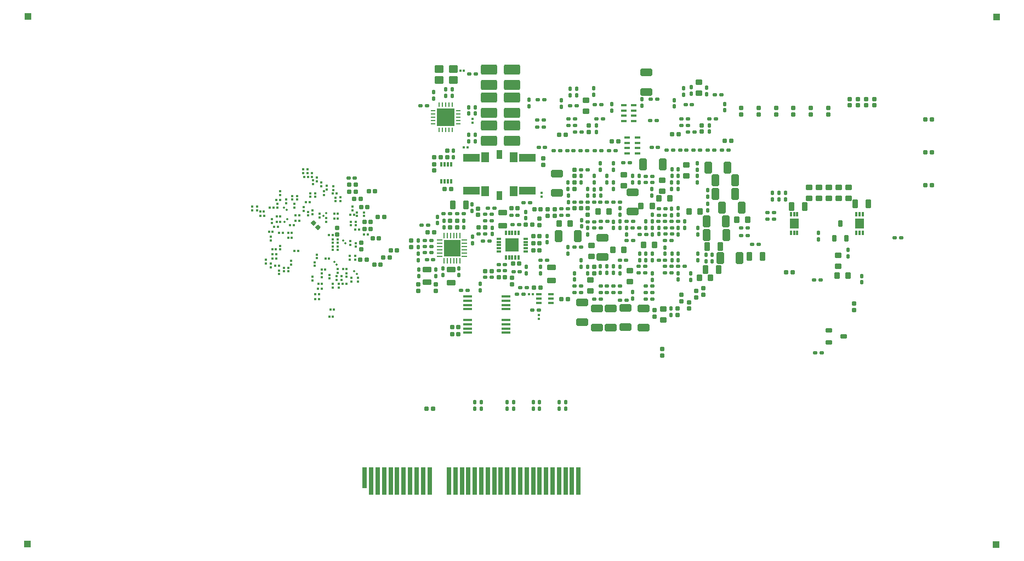
<source format=gbp>
G04 Layer_Color=128*
%FSLAX44Y44*%
%MOMM*%
G71*
G01*
G75*
G04:AMPARAMS|DCode=18|XSize=0.6mm|YSize=0.6mm|CornerRadius=0.06mm|HoleSize=0mm|Usage=FLASHONLY|Rotation=0.000|XOffset=0mm|YOffset=0mm|HoleType=Round|Shape=RoundedRectangle|*
%AMROUNDEDRECTD18*
21,1,0.6000,0.4800,0,0,0.0*
21,1,0.4800,0.6000,0,0,0.0*
1,1,0.1200,0.2400,-0.2400*
1,1,0.1200,-0.2400,-0.2400*
1,1,0.1200,-0.2400,0.2400*
1,1,0.1200,0.2400,0.2400*
%
%ADD18ROUNDEDRECTD18*%
G04:AMPARAMS|DCode=19|XSize=0.5mm|YSize=0.6mm|CornerRadius=0.05mm|HoleSize=0mm|Usage=FLASHONLY|Rotation=0.000|XOffset=0mm|YOffset=0mm|HoleType=Round|Shape=RoundedRectangle|*
%AMROUNDEDRECTD19*
21,1,0.5000,0.5000,0,0,0.0*
21,1,0.4000,0.6000,0,0,0.0*
1,1,0.1000,0.2000,-0.2500*
1,1,0.1000,-0.2000,-0.2500*
1,1,0.1000,-0.2000,0.2500*
1,1,0.1000,0.2000,0.2500*
%
%ADD19ROUNDEDRECTD19*%
G04:AMPARAMS|DCode=20|XSize=0.6mm|YSize=0.6mm|CornerRadius=0.06mm|HoleSize=0mm|Usage=FLASHONLY|Rotation=270.000|XOffset=0mm|YOffset=0mm|HoleType=Round|Shape=RoundedRectangle|*
%AMROUNDEDRECTD20*
21,1,0.6000,0.4800,0,0,270.0*
21,1,0.4800,0.6000,0,0,270.0*
1,1,0.1200,-0.2400,-0.2400*
1,1,0.1200,-0.2400,0.2400*
1,1,0.1200,0.2400,0.2400*
1,1,0.1200,0.2400,-0.2400*
%
%ADD20ROUNDEDRECTD20*%
%ADD23R,0.9500X0.4000*%
G04:AMPARAMS|DCode=29|XSize=0.5mm|YSize=0.6mm|CornerRadius=0.05mm|HoleSize=0mm|Usage=FLASHONLY|Rotation=90.000|XOffset=0mm|YOffset=0mm|HoleType=Round|Shape=RoundedRectangle|*
%AMROUNDEDRECTD29*
21,1,0.5000,0.5000,0,0,90.0*
21,1,0.4000,0.6000,0,0,90.0*
1,1,0.1000,0.2500,0.2000*
1,1,0.1000,0.2500,-0.2000*
1,1,0.1000,-0.2500,-0.2000*
1,1,0.1000,-0.2500,0.2000*
%
%ADD29ROUNDEDRECTD29*%
G04:AMPARAMS|DCode=30|XSize=1.3mm|YSize=0.8mm|CornerRadius=0.1mm|HoleSize=0mm|Usage=FLASHONLY|Rotation=90.000|XOffset=0mm|YOffset=0mm|HoleType=Round|Shape=RoundedRectangle|*
%AMROUNDEDRECTD30*
21,1,1.3000,0.6000,0,0,90.0*
21,1,1.1000,0.8000,0,0,90.0*
1,1,0.2000,0.3000,0.5500*
1,1,0.2000,0.3000,-0.5500*
1,1,0.2000,-0.3000,-0.5500*
1,1,0.2000,-0.3000,0.5500*
%
%ADD30ROUNDEDRECTD30*%
G04:AMPARAMS|DCode=37|XSize=1.8mm|YSize=1.15mm|CornerRadius=0.1437mm|HoleSize=0mm|Usage=FLASHONLY|Rotation=0.000|XOffset=0mm|YOffset=0mm|HoleType=Round|Shape=RoundedRectangle|*
%AMROUNDEDRECTD37*
21,1,1.8000,0.8625,0,0,0.0*
21,1,1.5125,1.1500,0,0,0.0*
1,1,0.2875,0.7562,-0.4313*
1,1,0.2875,-0.7562,-0.4313*
1,1,0.2875,-0.7562,0.4313*
1,1,0.2875,0.7562,0.4313*
%
%ADD37ROUNDEDRECTD37*%
G04:AMPARAMS|DCode=38|XSize=1.8mm|YSize=1.15mm|CornerRadius=0.1437mm|HoleSize=0mm|Usage=FLASHONLY|Rotation=270.000|XOffset=0mm|YOffset=0mm|HoleType=Round|Shape=RoundedRectangle|*
%AMROUNDEDRECTD38*
21,1,1.8000,0.8625,0,0,270.0*
21,1,1.5125,1.1500,0,0,270.0*
1,1,0.2875,-0.4313,-0.7562*
1,1,0.2875,-0.4313,0.7562*
1,1,0.2875,0.4313,0.7562*
1,1,0.2875,0.4313,-0.7562*
%
%ADD38ROUNDEDRECTD38*%
G04:AMPARAMS|DCode=44|XSize=1mm|YSize=0.9mm|CornerRadius=0.1125mm|HoleSize=0mm|Usage=FLASHONLY|Rotation=0.000|XOffset=0mm|YOffset=0mm|HoleType=Round|Shape=RoundedRectangle|*
%AMROUNDEDRECTD44*
21,1,1.0000,0.6750,0,0,0.0*
21,1,0.7750,0.9000,0,0,0.0*
1,1,0.2250,0.3875,-0.3375*
1,1,0.2250,-0.3875,-0.3375*
1,1,0.2250,-0.3875,0.3375*
1,1,0.2250,0.3875,0.3375*
%
%ADD44ROUNDEDRECTD44*%
G04:AMPARAMS|DCode=45|XSize=1mm|YSize=0.9mm|CornerRadius=0.1125mm|HoleSize=0mm|Usage=FLASHONLY|Rotation=270.000|XOffset=0mm|YOffset=0mm|HoleType=Round|Shape=RoundedRectangle|*
%AMROUNDEDRECTD45*
21,1,1.0000,0.6750,0,0,270.0*
21,1,0.7750,0.9000,0,0,270.0*
1,1,0.2250,-0.3375,-0.3875*
1,1,0.2250,-0.3375,0.3875*
1,1,0.2250,0.3375,0.3875*
1,1,0.2250,0.3375,-0.3875*
%
%ADD45ROUNDEDRECTD45*%
G04:AMPARAMS|DCode=46|XSize=1.3mm|YSize=0.8mm|CornerRadius=0.1mm|HoleSize=0mm|Usage=FLASHONLY|Rotation=180.000|XOffset=0mm|YOffset=0mm|HoleType=Round|Shape=RoundedRectangle|*
%AMROUNDEDRECTD46*
21,1,1.3000,0.6000,0,0,180.0*
21,1,1.1000,0.8000,0,0,180.0*
1,1,0.2000,-0.5500,0.3000*
1,1,0.2000,0.5500,0.3000*
1,1,0.2000,0.5500,-0.3000*
1,1,0.2000,-0.5500,-0.3000*
%
%ADD46ROUNDEDRECTD46*%
%ADD74R,0.9960X0.9960*%
G04:AMPARAMS|DCode=78|XSize=0.6mm|YSize=0.6mm|CornerRadius=0.06mm|HoleSize=0mm|Usage=FLASHONLY|Rotation=45.000|XOffset=0mm|YOffset=0mm|HoleType=Round|Shape=RoundedRectangle|*
%AMROUNDEDRECTD78*
21,1,0.6000,0.4800,0,0,45.0*
21,1,0.4800,0.6000,0,0,45.0*
1,1,0.1200,0.3394,0.0000*
1,1,0.1200,0.0000,-0.3394*
1,1,0.1200,-0.3394,0.0000*
1,1,0.1200,0.0000,0.3394*
%
%ADD78ROUNDEDRECTD78*%
%ADD90R,0.9960X0.9960*%
%ADD91R,0.7000X4.2000*%
%ADD92R,0.7000X3.2000*%
%ADD127R,0.3000X0.7000*%
%ADD128R,1.3500X1.6500*%
G04:AMPARAMS|DCode=129|XSize=0.6mm|YSize=1mm|CornerRadius=0.075mm|HoleSize=0mm|Usage=FLASHONLY|Rotation=180.000|XOffset=0mm|YOffset=0mm|HoleType=Round|Shape=RoundedRectangle|*
%AMROUNDEDRECTD129*
21,1,0.6000,0.8500,0,0,180.0*
21,1,0.4500,1.0000,0,0,180.0*
1,1,0.1500,-0.2250,0.4250*
1,1,0.1500,0.2250,0.4250*
1,1,0.1500,0.2250,-0.4250*
1,1,0.1500,-0.2250,-0.4250*
%
%ADD129ROUNDEDRECTD129*%
%ADD130R,0.3500X0.3000*%
%ADD131R,0.3000X0.3500*%
%ADD132R,2.1000X2.1000*%
%ADD133R,0.7000X0.3000*%
%ADD134R,2.5400X1.2700*%
%ADD135R,1.2000X1.5000*%
%ADD136R,0.9000X1.4000*%
G04:AMPARAMS|DCode=137|XSize=0.3mm|YSize=0.35mm|CornerRadius=0mm|HoleSize=0mm|Usage=FLASHONLY|Rotation=315.000|XOffset=0mm|YOffset=0mm|HoleType=Round|Shape=Rectangle|*
%AMROTATEDRECTD137*
4,1,4,-0.2298,-0.0177,0.0177,0.2298,0.2298,0.0177,-0.0177,-0.2298,-0.2298,-0.0177,0.0*
%
%ADD137ROTATEDRECTD137*%

G04:AMPARAMS|DCode=138|XSize=0.3mm|YSize=0.35mm|CornerRadius=0mm|HoleSize=0mm|Usage=FLASHONLY|Rotation=45.000|XOffset=0mm|YOffset=0mm|HoleType=Round|Shape=Rectangle|*
%AMROTATEDRECTD138*
4,1,4,0.0177,-0.2298,-0.2298,0.0177,-0.0177,0.2298,0.2298,-0.0177,0.0177,-0.2298,0.0*
%
%ADD138ROTATEDRECTD138*%

G04:AMPARAMS|DCode=139|XSize=1.4mm|YSize=1.2mm|CornerRadius=0.15mm|HoleSize=0mm|Usage=FLASHONLY|Rotation=180.000|XOffset=0mm|YOffset=0mm|HoleType=Round|Shape=RoundedRectangle|*
%AMROUNDEDRECTD139*
21,1,1.4000,0.9000,0,0,180.0*
21,1,1.1000,1.2000,0,0,180.0*
1,1,0.3000,-0.5500,0.4500*
1,1,0.3000,0.5500,0.4500*
1,1,0.3000,0.5500,-0.4500*
1,1,0.3000,-0.5500,-0.4500*
%
%ADD139ROUNDEDRECTD139*%
%ADD140R,2.6000X2.6000*%
%ADD141O,0.9000X0.2500*%
%ADD142O,0.2500X0.9000*%
%ADD143R,1.4000X0.4500*%
%ADD144R,2.7000X2.7000*%
%ADD145R,0.8000X0.2500*%
%ADD146R,0.2500X0.8000*%
G04:AMPARAMS|DCode=147|XSize=0.6mm|YSize=1mm|CornerRadius=0.075mm|HoleSize=0mm|Usage=FLASHONLY|Rotation=90.000|XOffset=0mm|YOffset=0mm|HoleType=Round|Shape=RoundedRectangle|*
%AMROUNDEDRECTD147*
21,1,0.6000,0.8500,0,0,90.0*
21,1,0.4500,1.0000,0,0,90.0*
1,1,0.1500,0.4250,0.2250*
1,1,0.1500,0.4250,-0.2250*
1,1,0.1500,-0.4250,-0.2250*
1,1,0.1500,-0.4250,0.2250*
%
%ADD147ROUNDEDRECTD147*%
%ADD148R,0.8500X0.4000*%
G04:AMPARAMS|DCode=149|XSize=2.5mm|YSize=1.5mm|CornerRadius=0.1875mm|HoleSize=0mm|Usage=FLASHONLY|Rotation=0.000|XOffset=0mm|YOffset=0mm|HoleType=Round|Shape=RoundedRectangle|*
%AMROUNDEDRECTD149*
21,1,2.5000,1.1250,0,0,0.0*
21,1,2.1250,1.5000,0,0,0.0*
1,1,0.3750,1.0625,-0.5625*
1,1,0.3750,-1.0625,-0.5625*
1,1,0.3750,-1.0625,0.5625*
1,1,0.3750,1.0625,0.5625*
%
%ADD149ROUNDEDRECTD149*%
D18*
X739000Y454250D02*
D03*
Y444250D02*
D03*
X939750Y301000D02*
D03*
Y291000D02*
D03*
X810500Y356000D02*
D03*
Y366000D02*
D03*
X780500Y516000D02*
D03*
Y506000D02*
D03*
Y486000D02*
D03*
Y496000D02*
D03*
X800750Y446250D02*
D03*
Y456250D02*
D03*
X916000Y238500D02*
D03*
Y228500D02*
D03*
X563750Y514500D02*
D03*
Y524500D02*
D03*
X584250Y535500D02*
D03*
Y545500D02*
D03*
X749500Y454250D02*
D03*
Y444250D02*
D03*
X726500Y440500D02*
D03*
Y430500D02*
D03*
X732500Y533500D02*
D03*
Y523500D02*
D03*
X599250Y427125D02*
D03*
Y437125D02*
D03*
X588250Y427125D02*
D03*
Y437125D02*
D03*
X413740Y415563D02*
D03*
Y425563D02*
D03*
X451000Y402750D02*
D03*
Y392750D02*
D03*
X566500Y338250D02*
D03*
X566500Y328250D02*
D03*
X539500Y338250D02*
D03*
Y328250D02*
D03*
X1212244Y299006D02*
D03*
Y309006D02*
D03*
X631645Y455821D02*
D03*
Y445821D02*
D03*
X802000Y574000D02*
D03*
Y584000D02*
D03*
X976500Y574500D02*
D03*
Y584500D02*
D03*
X904000Y289000D02*
D03*
Y299000D02*
D03*
X957250Y311000D02*
D03*
Y301000D02*
D03*
X945750Y312250D02*
D03*
Y322250D02*
D03*
X968250Y318250D02*
D03*
Y328250D02*
D03*
X979250Y333000D02*
D03*
Y323000D02*
D03*
X684250Y338500D02*
D03*
Y348500D02*
D03*
X1037700Y601250D02*
D03*
Y611250D02*
D03*
X1064699Y601250D02*
D03*
Y611250D02*
D03*
X1092000Y601250D02*
D03*
Y611250D02*
D03*
X1117950Y601250D02*
D03*
X1117950Y611250D02*
D03*
X1145000Y601250D02*
D03*
Y611250D02*
D03*
X1172000Y601250D02*
D03*
Y611250D02*
D03*
X1205301Y615250D02*
D03*
Y625250D02*
D03*
X1218001Y615250D02*
D03*
Y625250D02*
D03*
X1230701Y615250D02*
D03*
Y625250D02*
D03*
X1243401Y615250D02*
D03*
Y625250D02*
D03*
X528500Y406000D02*
D03*
Y396000D02*
D03*
D19*
X634750Y339250D02*
D03*
Y329250D02*
D03*
X840500Y516000D02*
D03*
Y526000D02*
D03*
X810500Y496250D02*
D03*
Y506250D02*
D03*
X627515Y612500D02*
D03*
X627515Y602500D02*
D03*
X617265D02*
D03*
X617265Y612500D02*
D03*
X627265Y569476D02*
D03*
X627265Y559476D02*
D03*
X617265Y559476D02*
D03*
Y569476D02*
D03*
X653000Y416250D02*
D03*
Y426250D02*
D03*
X593500Y535500D02*
D03*
Y545500D02*
D03*
X738000Y413500D02*
D03*
Y403500D02*
D03*
X706250Y355500D02*
D03*
Y365500D02*
D03*
X705000Y440750D02*
D03*
Y450750D02*
D03*
X577500Y363250D02*
D03*
Y353250D02*
D03*
X601750Y363250D02*
D03*
Y353250D02*
D03*
X609500Y427125D02*
D03*
Y437125D02*
D03*
X578750Y427000D02*
D03*
Y437000D02*
D03*
X727500Y355500D02*
D03*
Y365500D02*
D03*
X622500Y412125D02*
D03*
Y402125D02*
D03*
X591500Y640250D02*
D03*
Y630250D02*
D03*
X581500Y640000D02*
D03*
Y630000D02*
D03*
X539750Y351750D02*
D03*
Y361750D02*
D03*
X1224244Y351756D02*
D03*
Y341756D02*
D03*
X563000Y625500D02*
D03*
Y635500D02*
D03*
X774000Y641000D02*
D03*
Y631000D02*
D03*
X784000Y641000D02*
D03*
Y631000D02*
D03*
X810000Y642000D02*
D03*
Y632000D02*
D03*
X814000Y584000D02*
D03*
Y574000D02*
D03*
X838000Y607000D02*
D03*
Y617000D02*
D03*
X760000Y613000D02*
D03*
Y623000D02*
D03*
X710000Y614000D02*
D03*
Y624000D02*
D03*
X988500Y584500D02*
D03*
Y574500D02*
D03*
X884500Y614500D02*
D03*
Y624500D02*
D03*
X934500Y613500D02*
D03*
Y623500D02*
D03*
X960500Y643500D02*
D03*
Y633500D02*
D03*
X948500Y641500D02*
D03*
Y631500D02*
D03*
X984500Y642500D02*
D03*
Y632500D02*
D03*
X1012500Y607500D02*
D03*
Y617500D02*
D03*
X900500Y355750D02*
D03*
Y345750D02*
D03*
X890250Y386250D02*
D03*
Y376250D02*
D03*
X880740Y386250D02*
D03*
Y376250D02*
D03*
X850750Y456250D02*
D03*
Y446250D02*
D03*
X900500Y386250D02*
D03*
Y376250D02*
D03*
X840750Y496000D02*
D03*
Y486000D02*
D03*
X890250Y436000D02*
D03*
Y426000D02*
D03*
X910500Y416250D02*
D03*
Y426250D02*
D03*
X880500Y496000D02*
D03*
Y506000D02*
D03*
X870500Y496000D02*
D03*
Y506000D02*
D03*
X770250Y396000D02*
D03*
Y386000D02*
D03*
X900500Y416000D02*
D03*
Y426000D02*
D03*
X791000Y438000D02*
D03*
Y428000D02*
D03*
X960250Y355750D02*
D03*
Y345750D02*
D03*
X820500Y516000D02*
D03*
Y526000D02*
D03*
X930500Y486000D02*
D03*
Y496000D02*
D03*
X820500Y356250D02*
D03*
Y366250D02*
D03*
X850750Y366000D02*
D03*
Y356000D02*
D03*
X929250Y301000D02*
D03*
Y291000D02*
D03*
X900000Y476000D02*
D03*
Y486000D02*
D03*
X940500Y346000D02*
D03*
Y356000D02*
D03*
Y495750D02*
D03*
Y485750D02*
D03*
X780500Y346000D02*
D03*
Y356000D02*
D03*
X983500Y374000D02*
D03*
Y384000D02*
D03*
X930750Y516250D02*
D03*
Y506250D02*
D03*
X790750Y496000D02*
D03*
Y506000D02*
D03*
X970250Y525750D02*
D03*
Y515750D02*
D03*
X970000Y506000D02*
D03*
Y496000D02*
D03*
X985750Y453000D02*
D03*
Y463000D02*
D03*
Y484500D02*
D03*
Y474500D02*
D03*
X800500Y356000D02*
D03*
Y366000D02*
D03*
X971000Y376000D02*
D03*
Y386000D02*
D03*
X830500Y506000D02*
D03*
Y496000D02*
D03*
X950500Y426000D02*
D03*
Y436000D02*
D03*
X860750Y425750D02*
D03*
Y415750D02*
D03*
X801000Y476000D02*
D03*
Y486000D02*
D03*
X940000Y446000D02*
D03*
Y456000D02*
D03*
X940750Y386250D02*
D03*
Y376250D02*
D03*
X820750Y476000D02*
D03*
Y486000D02*
D03*
X920500Y395750D02*
D03*
Y385750D02*
D03*
X930500Y445500D02*
D03*
Y455500D02*
D03*
X930750Y386250D02*
D03*
Y376250D02*
D03*
X850750Y425750D02*
D03*
Y435750D02*
D03*
X840750Y366500D02*
D03*
Y356500D02*
D03*
X840500Y425500D02*
D03*
Y435500D02*
D03*
X800750Y425750D02*
D03*
Y415750D02*
D03*
X970750D02*
D03*
Y425750D02*
D03*
X770000Y486000D02*
D03*
Y496000D02*
D03*
X810500Y485500D02*
D03*
Y475500D02*
D03*
X771000Y466000D02*
D03*
Y476000D02*
D03*
X830500Y356250D02*
D03*
Y366250D02*
D03*
X790500Y366000D02*
D03*
Y376000D02*
D03*
X870500Y326500D02*
D03*
Y316500D02*
D03*
X900500Y446000D02*
D03*
Y436000D02*
D03*
X940500Y516250D02*
D03*
Y506250D02*
D03*
X940750Y425750D02*
D03*
Y415750D02*
D03*
X993250Y374000D02*
D03*
Y384000D02*
D03*
X1086000Y479750D02*
D03*
Y469750D02*
D03*
X1096000D02*
D03*
Y479750D02*
D03*
X1106000Y479750D02*
D03*
Y469750D02*
D03*
X636500Y146500D02*
D03*
Y156500D02*
D03*
X626500Y146500D02*
D03*
Y156500D02*
D03*
X676500Y146500D02*
D03*
Y156500D02*
D03*
X686500Y146500D02*
D03*
Y156500D02*
D03*
X716500Y146500D02*
D03*
Y156500D02*
D03*
X726500Y146500D02*
D03*
Y156500D02*
D03*
X766500Y146500D02*
D03*
Y156500D02*
D03*
X756500Y146500D02*
D03*
Y156500D02*
D03*
X1203000Y382250D02*
D03*
Y392250D02*
D03*
X1157250Y418000D02*
D03*
Y408000D02*
D03*
X566250Y361750D02*
D03*
Y351750D02*
D03*
X568750Y443125D02*
D03*
Y433125D02*
D03*
X539000Y396250D02*
D03*
Y406250D02*
D03*
X538750Y386000D02*
D03*
Y376000D02*
D03*
X622250Y452250D02*
D03*
Y462250D02*
D03*
D20*
X601250Y262000D02*
D03*
X591250D02*
D03*
X601250Y272250D02*
D03*
X591250D02*
D03*
X1332500Y491643D02*
D03*
X1322500D02*
D03*
X760500Y316000D02*
D03*
X770500D02*
D03*
X790500Y456000D02*
D03*
X780500D02*
D03*
X442250Y481750D02*
D03*
X432250D02*
D03*
X472500Y482250D02*
D03*
X462500D02*
D03*
X716500Y413500D02*
D03*
X726500D02*
D03*
X716500Y402500D02*
D03*
X726500D02*
D03*
X716500Y391500D02*
D03*
X726500D02*
D03*
X632500Y426750D02*
D03*
X642500D02*
D03*
X579750Y485750D02*
D03*
X589750D02*
D03*
X663250Y349750D02*
D03*
X673250D02*
D03*
X652750Y359250D02*
D03*
X642750D02*
D03*
X695250Y371000D02*
D03*
X685250D02*
D03*
X705000Y431000D02*
D03*
X715000D02*
D03*
X718250Y454250D02*
D03*
X728250D02*
D03*
X692750Y456250D02*
D03*
X682750D02*
D03*
X573750Y535500D02*
D03*
X563750D02*
D03*
X455740Y424063D02*
D03*
X465740D02*
D03*
X449740Y377063D02*
D03*
X459740D02*
D03*
X1107500Y357500D02*
D03*
X1117500Y357500D02*
D03*
X494750Y380000D02*
D03*
X484750D02*
D03*
X478500Y409500D02*
D03*
X468500D02*
D03*
X442250Y492750D02*
D03*
X432250D02*
D03*
X450250Y470750D02*
D03*
X440250D02*
D03*
X450750Y458000D02*
D03*
X460750D02*
D03*
X455750Y435000D02*
D03*
X465750D02*
D03*
X476750Y442500D02*
D03*
X486750D02*
D03*
X471000Y369000D02*
D03*
X481000D02*
D03*
X496500Y391000D02*
D03*
X506500D02*
D03*
X838000Y560000D02*
D03*
X848000D02*
D03*
X757000Y570000D02*
D03*
X767000D02*
D03*
X1012500Y560500D02*
D03*
X1022500D02*
D03*
X931500Y570500D02*
D03*
X941500D02*
D03*
X727610Y333600D02*
D03*
X717610D02*
D03*
X552000Y146500D02*
D03*
X562000D02*
D03*
X1322500Y542500D02*
D03*
X1332500Y542500D02*
D03*
X1322500Y593357D02*
D03*
X1332500D02*
D03*
X553500Y419500D02*
D03*
X563500D02*
D03*
D23*
X856250Y591250D02*
D03*
Y599250D02*
D03*
X856250Y607250D02*
D03*
Y615250D02*
D03*
X872250Y591250D02*
D03*
X872250Y599250D02*
D03*
Y607250D02*
D03*
Y615250D02*
D03*
X862000Y541250D02*
D03*
X862000Y549250D02*
D03*
Y557250D02*
D03*
Y565250D02*
D03*
X878000Y541250D02*
D03*
Y549250D02*
D03*
Y557250D02*
D03*
X878000Y565250D02*
D03*
D29*
X656500Y456750D02*
D03*
X646500D02*
D03*
X907500Y591750D02*
D03*
X897500D02*
D03*
X732750Y582000D02*
D03*
X722750D02*
D03*
X732750Y592250D02*
D03*
X722750D02*
D03*
X770250Y455750D02*
D03*
X760250D02*
D03*
X850500Y465750D02*
D03*
X840500D02*
D03*
X770250Y445750D02*
D03*
X760250D02*
D03*
X865750Y526750D02*
D03*
X855750D02*
D03*
X618226Y663985D02*
D03*
X628226D02*
D03*
X649250Y405750D02*
D03*
X639250D02*
D03*
X642500Y436750D02*
D03*
X652500D02*
D03*
X642500Y446750D02*
D03*
X652500D02*
D03*
X642500Y416250D02*
D03*
X632500D02*
D03*
X738000Y375750D02*
D03*
X728000D02*
D03*
X652500Y349500D02*
D03*
X642500D02*
D03*
X673250Y359500D02*
D03*
X663250D02*
D03*
X696000Y358500D02*
D03*
X686000D02*
D03*
X673250Y369500D02*
D03*
X663250D02*
D03*
X684500Y431000D02*
D03*
X694500D02*
D03*
X692750Y445750D02*
D03*
X682750D02*
D03*
X599250Y447500D02*
D03*
X609250D02*
D03*
X554500Y430000D02*
D03*
X544500D02*
D03*
X1160250Y345500D02*
D03*
X1150250D02*
D03*
X431248Y503243D02*
D03*
X441248Y503243D02*
D03*
X605500Y329000D02*
D03*
X615500D02*
D03*
X552500Y615000D02*
D03*
X542500Y615000D02*
D03*
X588250Y447500D02*
D03*
X578250D02*
D03*
X844000Y545500D02*
D03*
X834000D02*
D03*
X822000Y545500D02*
D03*
X812000D02*
D03*
X790000Y545500D02*
D03*
X800000D02*
D03*
X769000Y545500D02*
D03*
X779000D02*
D03*
X748000D02*
D03*
X758000D02*
D03*
X725000Y550000D02*
D03*
X735000D02*
D03*
X781000Y574000D02*
D03*
X791000D02*
D03*
X824250Y594250D02*
D03*
X814250D02*
D03*
X812000Y616000D02*
D03*
X822000D02*
D03*
X771000Y594000D02*
D03*
X781000D02*
D03*
Y584000D02*
D03*
X771000D02*
D03*
X734000Y624000D02*
D03*
X724000D02*
D03*
X899500Y550500D02*
D03*
X909500D02*
D03*
X953500Y546000D02*
D03*
X943500D02*
D03*
X932500D02*
D03*
X922500D02*
D03*
X964500Y546000D02*
D03*
X974500D02*
D03*
X996500Y546000D02*
D03*
X986500D02*
D03*
X1018500Y546000D02*
D03*
X1008500D02*
D03*
X965500Y574000D02*
D03*
X955500D02*
D03*
X998750Y594750D02*
D03*
X988750D02*
D03*
X945500Y584000D02*
D03*
X955500D02*
D03*
X945500Y594000D02*
D03*
X955500D02*
D03*
X908500Y624500D02*
D03*
X898500D02*
D03*
X962000Y616000D02*
D03*
X952000D02*
D03*
X1007500Y631500D02*
D03*
X997500D02*
D03*
X725110Y298850D02*
D03*
X715110D02*
D03*
X706610Y333600D02*
D03*
X696610D02*
D03*
X701610Y323600D02*
D03*
X691610D02*
D03*
X889750Y366250D02*
D03*
X879750D02*
D03*
X920500Y376250D02*
D03*
X910500D02*
D03*
X821000Y436000D02*
D03*
X831000D02*
D03*
X920250Y356250D02*
D03*
X930250D02*
D03*
X800500Y435500D02*
D03*
X810500D02*
D03*
X930250Y435750D02*
D03*
X940250D02*
D03*
X820500Y466000D02*
D03*
X830500D02*
D03*
X920250Y436000D02*
D03*
X910250D02*
D03*
X890750Y505750D02*
D03*
X900750D02*
D03*
X790500Y466000D02*
D03*
X780500D02*
D03*
X920500Y406000D02*
D03*
X930500D02*
D03*
X820750Y326250D02*
D03*
X830750D02*
D03*
X910750Y455750D02*
D03*
X920750D02*
D03*
X870750Y406000D02*
D03*
X860750D02*
D03*
X810500Y466000D02*
D03*
X800500D02*
D03*
X880500Y426250D02*
D03*
X870500D02*
D03*
X850750Y326000D02*
D03*
X840750D02*
D03*
X810750Y425750D02*
D03*
X820750D02*
D03*
X890500Y496000D02*
D03*
X900500D02*
D03*
X850750Y336000D02*
D03*
X840750D02*
D03*
X810750Y316000D02*
D03*
X820750D02*
D03*
X890750Y336000D02*
D03*
X900750D02*
D03*
X830750Y336250D02*
D03*
X820750D02*
D03*
X890750Y326250D02*
D03*
X900750D02*
D03*
X790500D02*
D03*
X780500D02*
D03*
X890750Y315750D02*
D03*
X900750D02*
D03*
X780500Y336000D02*
D03*
X790500D02*
D03*
X860500Y314500D02*
D03*
X850500D02*
D03*
X860250Y376000D02*
D03*
X850250D02*
D03*
X780500Y396000D02*
D03*
X790500D02*
D03*
X920500Y445750D02*
D03*
X910500D02*
D03*
X931000Y416500D02*
D03*
X921000D02*
D03*
X920750Y425750D02*
D03*
X930750D02*
D03*
X891250Y415750D02*
D03*
X881250D02*
D03*
X871250Y436250D02*
D03*
X861250D02*
D03*
X940250Y366250D02*
D03*
X950250D02*
D03*
X800750Y515750D02*
D03*
X790750D02*
D03*
X930250Y366250D02*
D03*
X920250D02*
D03*
X879750Y356250D02*
D03*
X889750D02*
D03*
X1055000Y400250D02*
D03*
X1065000D02*
D03*
X1047975Y414395D02*
D03*
X1037975D02*
D03*
X1047975Y425865D02*
D03*
X1037975D02*
D03*
X1078750Y449250D02*
D03*
X1088750D02*
D03*
X1078750Y439250D02*
D03*
X1088750D02*
D03*
X784000Y615000D02*
D03*
X774000D02*
D03*
X1275000Y410250D02*
D03*
X1285000D02*
D03*
X1162500Y232500D02*
D03*
X1152500Y232500D02*
D03*
X701750Y464750D02*
D03*
X711750D02*
D03*
X562250Y376750D02*
D03*
X552250D02*
D03*
X549500Y406750D02*
D03*
X559500D02*
D03*
X549500Y397500D02*
D03*
X559500D02*
D03*
Y388000D02*
D03*
X549500D02*
D03*
D30*
X1050750Y382250D02*
D03*
X1070750D02*
D03*
X1003000Y361750D02*
D03*
X983000D02*
D03*
X985500Y396750D02*
D03*
X1005500D02*
D03*
X592750Y461250D02*
D03*
X612750D02*
D03*
X1234250Y463250D02*
D03*
X1214250D02*
D03*
X1116000Y459000D02*
D03*
X1136000D02*
D03*
D37*
X891250Y666250D02*
D03*
Y636250D02*
D03*
X870000Y481000D02*
D03*
Y451000D02*
D03*
X823500Y411000D02*
D03*
Y381000D02*
D03*
X887250Y301750D02*
D03*
Y271750D02*
D03*
X859000Y302250D02*
D03*
Y272250D02*
D03*
X836000Y301500D02*
D03*
Y271500D02*
D03*
X814750Y301500D02*
D03*
Y271500D02*
D03*
X792250Y310500D02*
D03*
Y280500D02*
D03*
X753500Y479750D02*
D03*
Y509750D02*
D03*
D38*
X785500Y413250D02*
D03*
X755500D02*
D03*
X1035250Y379000D02*
D03*
X1005250D02*
D03*
X984750Y414750D02*
D03*
X1014750D02*
D03*
X984250Y435750D02*
D03*
X1014250D02*
D03*
X1008250Y457250D02*
D03*
X1038250D02*
D03*
X998250Y478500D02*
D03*
X1028250D02*
D03*
X998250Y499750D02*
D03*
X1028250D02*
D03*
X987000Y519250D02*
D03*
X1017000D02*
D03*
X886500Y524500D02*
D03*
X916500D02*
D03*
D44*
X798250Y623500D02*
D03*
Y606500D02*
D03*
X972500Y634000D02*
D03*
Y651000D02*
D03*
X804750Y328250D02*
D03*
Y345250D02*
D03*
X806250Y381750D02*
D03*
X806250Y398750D02*
D03*
X865500Y342500D02*
D03*
Y359500D02*
D03*
X856750Y491000D02*
D03*
Y508000D02*
D03*
X915500Y499500D02*
D03*
Y482500D02*
D03*
X953500Y506000D02*
D03*
Y523000D02*
D03*
X917250Y300250D02*
D03*
Y283250D02*
D03*
X1187250Y383250D02*
D03*
Y366250D02*
D03*
X1142600Y488640D02*
D03*
Y471640D02*
D03*
X1157800Y488640D02*
D03*
Y471640D02*
D03*
X1173000Y488640D02*
D03*
Y471640D02*
D03*
X1188200Y488640D02*
D03*
Y471640D02*
D03*
X1203400Y488640D02*
D03*
Y471640D02*
D03*
D45*
X1186300Y351800D02*
D03*
X1203300D02*
D03*
X957000Y451000D02*
D03*
X974000D02*
D03*
X900250Y460000D02*
D03*
X883250D02*
D03*
X856500Y391750D02*
D03*
X839500D02*
D03*
X904000Y399500D02*
D03*
X887000D02*
D03*
X774000Y432500D02*
D03*
X757000D02*
D03*
X911000Y471750D02*
D03*
X928000D02*
D03*
X817000Y451000D02*
D03*
X834000D02*
D03*
X990500Y349000D02*
D03*
X973500D02*
D03*
X1031000Y439000D02*
D03*
X1048000D02*
D03*
D46*
X669500Y449500D02*
D03*
Y429500D02*
D03*
X589500Y361500D02*
D03*
Y341500D02*
D03*
X553000Y341750D02*
D03*
Y361750D02*
D03*
X745000Y365000D02*
D03*
Y345000D02*
D03*
D74*
X1431500Y-63260D02*
D03*
X-63500Y752760D02*
D03*
D78*
X376964Y433536D02*
D03*
X384036Y426465D02*
D03*
D90*
X1432260Y752000D02*
D03*
X-64260Y-62500D02*
D03*
D91*
X756500Y35000D02*
D03*
X766500D02*
D03*
X706500D02*
D03*
X686500D02*
D03*
X656500D02*
D03*
X786500D02*
D03*
X726500D02*
D03*
X736500D02*
D03*
X776500D02*
D03*
X746500D02*
D03*
X676500D02*
D03*
X696500D02*
D03*
X666500D02*
D03*
X716500D02*
D03*
X636500D02*
D03*
X536500D02*
D03*
X626500D02*
D03*
X596500D02*
D03*
X466500D02*
D03*
X486500D02*
D03*
X556500D02*
D03*
X526500D02*
D03*
X586500D02*
D03*
X616500D02*
D03*
X506500D02*
D03*
X516500D02*
D03*
X546500D02*
D03*
X476500D02*
D03*
X496500D02*
D03*
X606500D02*
D03*
X646500D02*
D03*
D92*
X456500Y40000D02*
D03*
D127*
X1216000Y447100D02*
D03*
X1221000D02*
D03*
X1226000D02*
D03*
X1216000Y418400D02*
D03*
X1221000D02*
D03*
X1226000D02*
D03*
X1124500Y418400D02*
D03*
X1119500D02*
D03*
X1114500D02*
D03*
X1124500Y447100D02*
D03*
X1119500D02*
D03*
X1114500D02*
D03*
X674250Y380250D02*
D03*
X679250D02*
D03*
X684250D02*
D03*
X689250D02*
D03*
X694250D02*
D03*
Y418250D02*
D03*
X689250D02*
D03*
X684250D02*
D03*
X679250D02*
D03*
X674250D02*
D03*
X574750Y524500D02*
D03*
X579750D02*
D03*
X584750D02*
D03*
X589750D02*
D03*
X574750Y497500D02*
D03*
X579750Y497500D02*
D03*
X584750Y497500D02*
D03*
X589750D02*
D03*
D128*
X1221000Y432750D02*
D03*
X1119500Y432750D02*
D03*
D129*
X1191250Y432750D02*
D03*
X1181750Y409750D02*
D03*
X1200750D02*
D03*
D130*
X622515Y594026D02*
D03*
Y588426D02*
D03*
X406990Y397363D02*
D03*
Y391763D02*
D03*
X414500Y397363D02*
D03*
Y391763D02*
D03*
X442290Y396963D02*
D03*
Y402563D02*
D03*
X434490Y399763D02*
D03*
Y405363D02*
D03*
X414500Y408267D02*
D03*
Y402667D02*
D03*
X406990Y408363D02*
D03*
Y402763D02*
D03*
X442500Y435350D02*
D03*
Y429750D02*
D03*
X435240Y435437D02*
D03*
Y429837D02*
D03*
X444490Y449863D02*
D03*
Y444263D02*
D03*
X437500Y452900D02*
D03*
Y458500D02*
D03*
X419240Y467513D02*
D03*
Y473113D02*
D03*
X411240Y472863D02*
D03*
Y467263D02*
D03*
X407690Y489813D02*
D03*
Y484213D02*
D03*
X397937Y490790D02*
D03*
Y485190D02*
D03*
X388820Y496030D02*
D03*
Y490430D02*
D03*
X376250Y499350D02*
D03*
Y493750D02*
D03*
X455000Y449850D02*
D03*
Y444250D02*
D03*
X441750Y382663D02*
D03*
Y377063D02*
D03*
X433250Y382663D02*
D03*
Y377063D02*
D03*
X378990Y372663D02*
D03*
Y367063D02*
D03*
X382500Y384600D02*
D03*
Y379000D02*
D03*
X389940Y349963D02*
D03*
Y355563D02*
D03*
X401990Y347763D02*
D03*
Y353363D02*
D03*
X412740Y345763D02*
D03*
Y351363D02*
D03*
X414990Y356763D02*
D03*
Y362363D02*
D03*
X420490Y345763D02*
D03*
Y351363D02*
D03*
X428000Y350400D02*
D03*
Y356000D02*
D03*
X435740Y348613D02*
D03*
Y343013D02*
D03*
X445750Y343150D02*
D03*
Y348750D02*
D03*
X416240Y339313D02*
D03*
Y333713D02*
D03*
X407240Y333963D02*
D03*
Y339563D02*
D03*
X375490Y345013D02*
D03*
Y350613D02*
D03*
X367813Y516310D02*
D03*
Y510710D02*
D03*
X344240Y475113D02*
D03*
Y469513D02*
D03*
X352000Y475113D02*
D03*
Y469513D02*
D03*
X334760Y463887D02*
D03*
Y469487D02*
D03*
X379740Y479613D02*
D03*
Y474013D02*
D03*
X371990Y479613D02*
D03*
Y474013D02*
D03*
X347990Y463113D02*
D03*
Y457513D02*
D03*
X325540Y482663D02*
D03*
Y477063D02*
D03*
X396740Y441063D02*
D03*
Y435463D02*
D03*
X386480Y442213D02*
D03*
Y447813D02*
D03*
X375313Y446960D02*
D03*
Y452560D02*
D03*
X368813Y450790D02*
D03*
Y445190D02*
D03*
X361990Y452335D02*
D03*
Y457934D02*
D03*
X321290Y462863D02*
D03*
Y457263D02*
D03*
X290536Y458704D02*
D03*
Y453104D02*
D03*
X282313Y458560D02*
D03*
Y452960D02*
D03*
X313250Y433900D02*
D03*
Y439500D02*
D03*
X311690Y412063D02*
D03*
Y406463D02*
D03*
X325750Y398277D02*
D03*
Y392677D02*
D03*
X303990Y371013D02*
D03*
Y376613D02*
D03*
X311500Y365200D02*
D03*
Y370800D02*
D03*
X338390Y358613D02*
D03*
Y364213D02*
D03*
X342740Y369213D02*
D03*
Y374813D02*
D03*
X331340Y364213D02*
D03*
Y358613D02*
D03*
X323790Y360250D02*
D03*
Y354650D02*
D03*
X393240Y482613D02*
D03*
Y477013D02*
D03*
X729500Y474450D02*
D03*
Y480050D02*
D03*
X361633Y510496D02*
D03*
Y516096D02*
D03*
X382750Y498200D02*
D03*
Y503800D02*
D03*
X374860Y504904D02*
D03*
Y510504D02*
D03*
X725250Y285410D02*
D03*
X725250Y291010D02*
D03*
D131*
X609776Y668985D02*
D03*
X604176D02*
D03*
X615026Y549985D02*
D03*
X609426Y549985D02*
D03*
X401190Y414813D02*
D03*
X406790D02*
D03*
X447540Y423563D02*
D03*
X441940D02*
D03*
X409190Y440313D02*
D03*
X414790D02*
D03*
Y448063D02*
D03*
X409190D02*
D03*
X439850Y446363D02*
D03*
X434250D02*
D03*
X413040Y479313D02*
D03*
X407440D02*
D03*
X461140Y416013D02*
D03*
X455540D02*
D03*
X395824Y378313D02*
D03*
X401424D02*
D03*
X395350Y361750D02*
D03*
X389750D02*
D03*
X428340Y362363D02*
D03*
X422740D02*
D03*
X428090Y339313D02*
D03*
X422490D02*
D03*
X384750Y339500D02*
D03*
X390350D02*
D03*
X390040Y331563D02*
D03*
X384440D02*
D03*
X385840Y323750D02*
D03*
X380240D02*
D03*
X385920Y315933D02*
D03*
X380320D02*
D03*
X401750Y288500D02*
D03*
X407350D02*
D03*
X319902Y469461D02*
D03*
X325502D02*
D03*
X365690Y465813D02*
D03*
X371290D02*
D03*
X355100Y445563D02*
D03*
X349500D02*
D03*
X355040Y436813D02*
D03*
X349440D02*
D03*
X309640Y457263D02*
D03*
X315240D02*
D03*
X300750Y451500D02*
D03*
X295150D02*
D03*
X320440Y443813D02*
D03*
X326040D02*
D03*
X346787Y430490D02*
D03*
X341187D02*
D03*
X295190Y444313D02*
D03*
X300790D02*
D03*
X320440Y435063D02*
D03*
X326040D02*
D03*
X322310Y427687D02*
D03*
X316710D02*
D03*
X308690Y419563D02*
D03*
X314290D02*
D03*
X329560Y417937D02*
D03*
X323960D02*
D03*
X343750Y410500D02*
D03*
X338150D02*
D03*
X353540Y390313D02*
D03*
X347940D02*
D03*
X313476Y392677D02*
D03*
X319076D02*
D03*
X314190Y385063D02*
D03*
X319790D02*
D03*
X313940Y378563D02*
D03*
X319540D02*
D03*
X318190Y367063D02*
D03*
X323790D02*
D03*
X368846Y504864D02*
D03*
X363246D02*
D03*
X343800Y418000D02*
D03*
X338200D02*
D03*
X409050Y299750D02*
D03*
X403450D02*
D03*
X715760Y323250D02*
D03*
X710160D02*
D03*
D132*
X684250Y399250D02*
D03*
D133*
X704750Y389250D02*
D03*
Y394250D02*
D03*
Y399250D02*
D03*
Y404250D02*
D03*
Y409250D02*
D03*
X663750D02*
D03*
Y404250D02*
D03*
Y399250D02*
D03*
Y394250D02*
D03*
Y389250D02*
D03*
D134*
X707250Y483250D02*
D03*
X621250D02*
D03*
Y534250D02*
D03*
X707250D02*
D03*
D135*
X642250Y483000D02*
D03*
Y535000D02*
D03*
X686250D02*
D03*
Y483000D02*
D03*
X642250D02*
D03*
Y535000D02*
D03*
X686250D02*
D03*
Y483000D02*
D03*
D136*
X664250Y539500D02*
D03*
Y475500D02*
D03*
D137*
X426720Y402333D02*
D03*
X422760Y406293D02*
D03*
X413220Y369333D02*
D03*
X409260Y373293D02*
D03*
X440040Y358710D02*
D03*
X444000Y354750D02*
D03*
X331760Y457387D02*
D03*
X335720Y453427D02*
D03*
D138*
X396900Y448823D02*
D03*
X392940Y444863D02*
D03*
X336760Y439543D02*
D03*
X332800Y435583D02*
D03*
D139*
X593500Y671250D02*
D03*
X571500D02*
D03*
Y654250D02*
D03*
X593500D02*
D03*
D140*
X591250Y394625D02*
D03*
D141*
X572000Y407125D02*
D03*
Y402125D02*
D03*
Y397125D02*
D03*
Y392125D02*
D03*
Y387125D02*
D03*
Y382125D02*
D03*
X610500D02*
D03*
Y387125D02*
D03*
Y392125D02*
D03*
Y397125D02*
D03*
Y402125D02*
D03*
Y407125D02*
D03*
D142*
X578750Y375375D02*
D03*
X583750D02*
D03*
X588750D02*
D03*
X593750D02*
D03*
X598750D02*
D03*
X603750D02*
D03*
Y413875D02*
D03*
X598750D02*
D03*
X593750D02*
D03*
X588750D02*
D03*
X583750D02*
D03*
X578750D02*
D03*
D143*
X674500Y283500D02*
D03*
Y277000D02*
D03*
Y270500D02*
D03*
Y264000D02*
D03*
X615500Y283500D02*
D03*
Y277000D02*
D03*
Y270500D02*
D03*
Y264000D02*
D03*
X674500Y319750D02*
D03*
Y313250D02*
D03*
Y306750D02*
D03*
Y300250D02*
D03*
X615500Y319750D02*
D03*
Y313250D02*
D03*
Y306750D02*
D03*
Y300250D02*
D03*
D144*
X581500Y596750D02*
D03*
D145*
X600750Y586750D02*
D03*
Y591750D02*
D03*
Y596750D02*
D03*
Y601750D02*
D03*
X600750Y606750D02*
D03*
X562250D02*
D03*
X562250Y601750D02*
D03*
Y596750D02*
D03*
Y591750D02*
D03*
X562250Y586750D02*
D03*
D146*
X591500Y616000D02*
D03*
X586500Y616000D02*
D03*
X581500D02*
D03*
X576500D02*
D03*
X571500Y616000D02*
D03*
Y577500D02*
D03*
X576500Y577500D02*
D03*
X581500D02*
D03*
X586500D02*
D03*
X591500D02*
D03*
D147*
X1196500Y258250D02*
D03*
X1173500Y267750D02*
D03*
Y248750D02*
D03*
D148*
X744250Y323250D02*
D03*
Y316750D02*
D03*
Y310250D02*
D03*
X725250D02*
D03*
Y316750D02*
D03*
Y323250D02*
D03*
D149*
X648250Y627500D02*
D03*
X684250D02*
D03*
Y603500D02*
D03*
X648250D02*
D03*
X648265Y670476D02*
D03*
X684265D02*
D03*
Y646476D02*
D03*
X648265D02*
D03*
Y584476D02*
D03*
X684265D02*
D03*
Y560476D02*
D03*
X648265D02*
D03*
M02*

</source>
